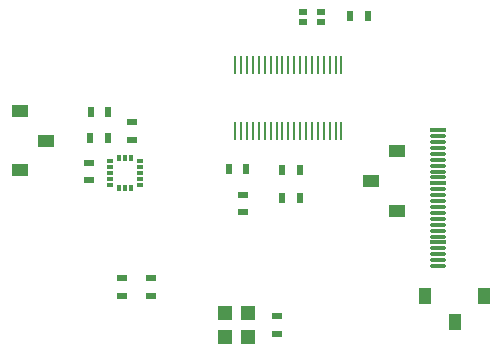
<source format=gtp>
G04*
G04 #@! TF.GenerationSoftware,Altium Limited,Altium Designer,22.7.1 (60)*
G04*
G04 Layer_Color=8421504*
%FSLAX44Y44*%
%MOMM*%
G71*
G04*
G04 #@! TF.SameCoordinates,445EDDF3-7DE9-4779-8E76-6141CBC7C01E*
G04*
G04*
G04 #@! TF.FilePolarity,Positive*
G04*
G01*
G75*
%ADD17R,1.3000X1.3000*%
%ADD18R,1.3000X1.3000*%
%ADD19O,1.4000X0.3000*%
%ADD20R,0.2500X1.5500*%
%ADD21R,0.3500X0.4900*%
%ADD22R,0.4900X0.3000*%
%ADD23R,0.4900X0.3500*%
%ADD24R,0.6000X0.9000*%
%ADD25R,0.9000X0.6000*%
%ADD26R,1.4000X0.3000*%
%ADD27R,1.4000X1.0000*%
%ADD28R,1.0000X1.4000*%
%ADD29R,0.8000X0.5500*%
D17*
X244000Y90000D02*
D03*
X224000Y70000D02*
D03*
Y90000D02*
D03*
D18*
X244000Y70000D02*
D03*
D19*
X405000Y160000D02*
D03*
Y175000D02*
D03*
Y240000D02*
D03*
Y130000D02*
D03*
Y135000D02*
D03*
Y140000D02*
D03*
Y145000D02*
D03*
Y155000D02*
D03*
Y165000D02*
D03*
Y170000D02*
D03*
Y180000D02*
D03*
Y185000D02*
D03*
Y190000D02*
D03*
Y195000D02*
D03*
Y205000D02*
D03*
Y210000D02*
D03*
Y215000D02*
D03*
Y220000D02*
D03*
Y225000D02*
D03*
Y230000D02*
D03*
Y235000D02*
D03*
D20*
X283000Y244000D02*
D03*
X233000D02*
D03*
X238000D02*
D03*
X243000D02*
D03*
X248000D02*
D03*
X253000D02*
D03*
X273000D02*
D03*
X268000D02*
D03*
X263000D02*
D03*
X258000D02*
D03*
X293000D02*
D03*
X288000D02*
D03*
X278000D02*
D03*
X313000D02*
D03*
X308000D02*
D03*
X303000D02*
D03*
X298000D02*
D03*
X323000D02*
D03*
X318000D02*
D03*
Y300000D02*
D03*
X323000D02*
D03*
X298000D02*
D03*
X303000D02*
D03*
X308000D02*
D03*
X313000D02*
D03*
X278000D02*
D03*
X283000D02*
D03*
X288000D02*
D03*
X293000D02*
D03*
X258000D02*
D03*
X263000D02*
D03*
X268000D02*
D03*
X273000D02*
D03*
X253000D02*
D03*
X248000D02*
D03*
X243000D02*
D03*
X238000D02*
D03*
X233000D02*
D03*
D21*
X140000Y221600D02*
D03*
X135000D02*
D03*
X145000D02*
D03*
Y196400D02*
D03*
X140000D02*
D03*
X135000D02*
D03*
D22*
X152600Y219000D02*
D03*
D23*
Y214000D02*
D03*
Y209000D02*
D03*
Y204000D02*
D03*
Y199000D02*
D03*
X127400D02*
D03*
Y204000D02*
D03*
Y209000D02*
D03*
Y214000D02*
D03*
Y219000D02*
D03*
D24*
X287500Y211000D02*
D03*
Y188000D02*
D03*
X227500Y212000D02*
D03*
X125000Y238000D02*
D03*
X125500Y260000D02*
D03*
X242500Y212000D02*
D03*
X272500Y211000D02*
D03*
Y188000D02*
D03*
X110000Y238000D02*
D03*
X110500Y260000D02*
D03*
X345500Y342000D02*
D03*
X330500D02*
D03*
D25*
X268000Y72500D02*
D03*
X146000Y252000D02*
D03*
X109000Y202500D02*
D03*
X137000Y104500D02*
D03*
Y119500D02*
D03*
X240000Y190500D02*
D03*
Y175500D02*
D03*
X109000Y217500D02*
D03*
X162000Y104500D02*
D03*
Y119500D02*
D03*
X146000Y237000D02*
D03*
X268000Y87500D02*
D03*
D26*
X405000Y150000D02*
D03*
Y200000D02*
D03*
Y245000D02*
D03*
D27*
X370000Y227000D02*
D03*
Y177000D02*
D03*
X348000Y202000D02*
D03*
X51000Y211000D02*
D03*
Y261000D02*
D03*
X73000Y236000D02*
D03*
D28*
X394000Y105000D02*
D03*
X444000D02*
D03*
X419000Y83000D02*
D03*
D29*
X306000Y336500D02*
D03*
X290000D02*
D03*
Y345500D02*
D03*
X306000D02*
D03*
M02*

</source>
